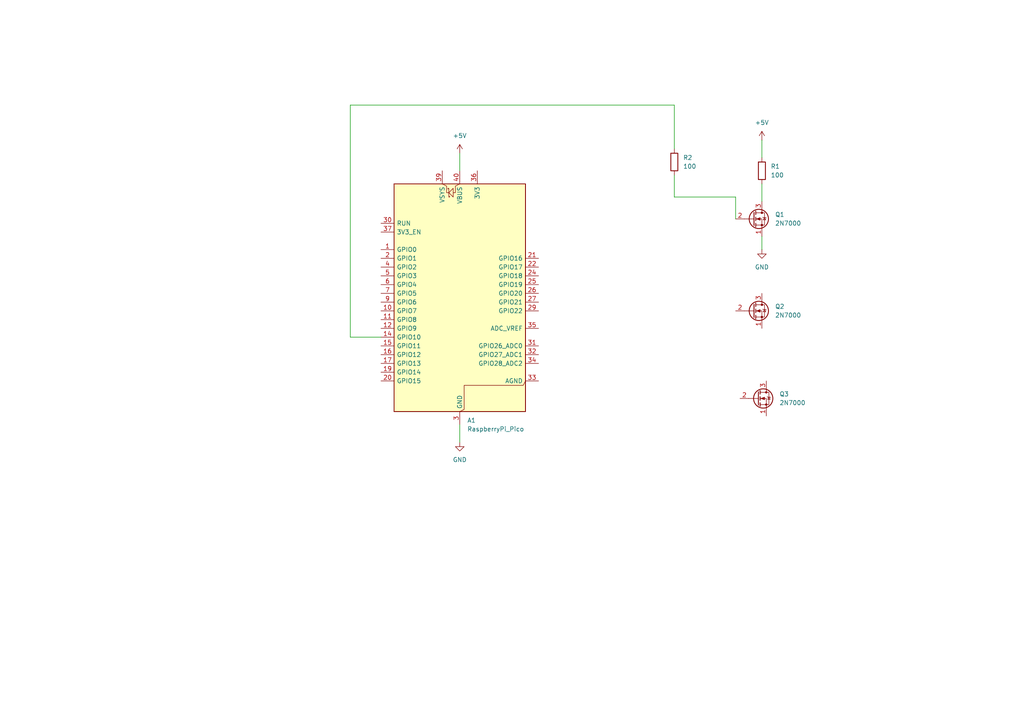
<source format=kicad_sch>
(kicad_sch (version 20250114) (generator "eeschema") (generator_version "9.0")
  (paper "A4")
  (lib_symbols
    (symbol "Device:R" (pin_numbers (hide yes)) (pin_names (offset 0))
      (property "Reference" "R" (at 2.032 0 90))
      (property "Value" "R" (at 0 0 90))
      (symbol "R_0_1"
        (rectangle (start -1.016 -2.54) (end 1.016 2.54) (stroke (width 0.254)))
      )
      (symbol "R_1_1"
        (pin passive line (at 0 3.81 270) (length 1.27) (name "~") (number "1"))
        (pin passive line (at 0 -3.81 90) (length 1.27) (name "~") (number "2"))
      )
    )
    (symbol "MCU_Module:RaspberryPi_Pico" (pin_names (offset 0.762))
      (property "Reference" "A" (at -19.05 35.56 0))
      (property "Value" "RaspberryPi_Pico" (at 7.62 35.56 0))
      (symbol "RaspberryPi_Pico_0_1"
        (rectangle (start -19.05 34.29) (end 19.05 -31.75) (stroke (width 0.254)) (fill (type background)))
        (polyline (pts (xy -5.08 34.29) (xy -3.81 33.655) (xy -3.81 31.75) (xy -3.175 31.75)))
        (polyline (pts (xy -3.429 32.766) (xy -3.429 33.02) (xy -3.175 33.02) (xy -3.175 30.48) (xy -2.921 30.48) (xy -2.921 30.734)))
        (polyline (pts (xy -3.175 31.75) (xy -1.905 33.02) (xy -1.905 30.48) (xy -3.175 31.75)))
        (polyline (pts (xy 0 34.29) (xy -1.27 33.655) (xy -1.27 31.75) (xy -1.905 31.75)))
        (polyline (pts (xy 0 -31.75) (xy 1.27 -31.115) (xy 1.27 -24.13) (xy 18.415 -24.13) (xy 19.05 -22.86)))
      )
      (symbol "RaspberryPi_Pico_1_1"
        (pin passive line (at -22.86 22.86 0) (length 3.81) (name "RUN") (number "30"))
        (pin passive line (at -22.86 20.32 0) (length 3.81) (name "3V3_EN") (number "37"))
        (pin bidirectional line (at -22.86 15.24 0) (length 3.81) (name "GPIO0") (number "1"))
        (pin bidirectional line (at -22.86 12.7 0) (length 3.81) (name "GPIO1") (number "2"))
        (pin bidirectional line (at -22.86 10.16 0) (length 3.81) (name "GPIO2") (number "4"))
        (pin bidirectional line (at -22.86 7.62 0) (length 3.81) (name "GPIO3") (number "5"))
        (pin bidirectional line (at -22.86 5.08 0) (length 3.81) (name "GPIO4") (number "6"))
        (pin bidirectional line (at -22.86 2.54 0) (length 3.81) (name "GPIO5") (number "7"))
        (pin bidirectional line (at -22.86 0 0) (length 3.81) (name "GPIO6") (number "9"))
        (pin bidirectional line (at -22.86 -2.54 0) (length 3.81) (name "GPIO7") (number "10"))
        (pin bidirectional line (at -22.86 -5.08 0) (length 3.81) (name "GPIO8") (number "11"))
        (pin bidirectional line (at -22.86 -7.62 0) (length 3.81) (name "GPIO9") (number "12"))
        (pin bidirectional line (at -22.86 -10.16 0) (length 3.81) (name "GPIO10") (number "14"))
        (pin bidirectional line (at -22.86 -12.7 0) (length 3.81) (name "GPIO11") (number "15"))
        (pin bidirectional line (at -22.86 -15.24 0) (length 3.81) (name "GPIO12") (number "16"))
        (pin bidirectional line (at -22.86 -17.78 0) (length 3.81) (name "GPIO13") (number "17"))
        (pin bidirectional line (at -22.86 -20.32 0) (length 3.81) (name "GPIO14") (number "19"))
        (pin bidirectional line (at -22.86 -22.86 0) (length 3.81) (name "GPIO15") (number "20"))
        (pin power_in line (at -5.08 38.1 270) (length 3.81) (name "VSYS") (number "39"))
        (pin power_out line (at 0 38.1 270) (length 3.81) (name "VBUS") (number "40"))
        (pin passive line (at 0 -35.56 90) (length 3.81) (hide yes) (name "GND") (number "13"))
        (pin passive line (at 0 -35.56 90) (length 3.81) (hide yes) (name "GND") (number "18"))
        (pin passive line (at 0 -35.56 90) (length 3.81) (hide yes) (name "GND") (number "23"))
        (pin passive line (at 0 -35.56 90) (length 3.81) (hide yes) (name "GND") (number "28"))
        (pin power_out line (at 0 -35.56 90) (length 3.81) (name "GND") (number "3"))
        (pin passive line (at 0 -35.56 90) (length 3.81) (hide yes) (name "GND") (number "38"))
        (pin passive line (at 0 -35.56 90) (length 3.81) (hide yes) (name "GND") (number "8"))
        (pin power_out line (at 5.08 38.1 270) (length 3.81) (name "3V3") (number "36"))
        (pin bidirectional line (at 22.86 12.7 180) (length 3.81) (name "GPIO16") (number "21"))
        (pin bidirectional line (at 22.86 10.16 180) (length 3.81) (name "GPIO17") (number "22"))
        (pin bidirectional line (at 22.86 7.62 180) (length 3.81) (name "GPIO18") (number "24"))
        (pin bidirectional line (at 22.86 5.08 180) (length 3.81) (name "GPIO19") (number "25"))
        (pin bidirectional line (at 22.86 2.54 180) (length 3.81) (name "GPIO20") (number "26"))
        (pin bidirectional line (at 22.86 0 180) (length 3.81) (name "GPIO21") (number "27"))
        (pin bidirectional line (at 22.86 -2.54 180) (length 3.81) (name "GPIO22") (number "29"))
        (pin power_in line (at 22.86 -7.62 180) (length 3.81) (name "ADC_VREF") (number "35"))
        (pin bidirectional line (at 22.86 -12.7 180) (length 3.81) (name "GPIO26_ADC0") (number "31"))
        (pin bidirectional line (at 22.86 -15.24 180) (length 3.81) (name "GPIO27_ADC1") (number "32"))
        (pin bidirectional line (at 22.86 -17.78 180) (length 3.81) (name "GPIO28_ADC2") (number "34"))
        (pin power_out line (at 22.86 -22.86 180) (length 3.81) (name "AGND") (number "33"))
      )
    )
    (symbol "Transistor_FET:2N7000" (pin_names (hide yes))
      (property "Reference" "Q" (at 5.08 1.905 0))
      (property "Value" "2N7000" (at 5.08 0 0))
      (symbol "2N7000_0_1"
        (polyline (pts (xy 0.254 1.905) (xy 0.254 -1.905)) (stroke (width 0.254)))
        (polyline (pts (xy 0.254 0) (xy -2.54 0)))
        (polyline (pts (xy 0.762 2.286) (xy 0.762 1.27)) (stroke (width 0.254)))
        (polyline (pts (xy 0.762 0.508) (xy 0.762 -0.508)) (stroke (width 0.254)))
        (polyline (pts (xy 0.762 -1.27) (xy 0.762 -2.286)) (stroke (width 0.254)))
        (polyline (pts (xy 0.762 -1.778) (xy 3.302 -1.778) (xy 3.302 1.778) (xy 0.762 1.778)))
        (polyline (pts (xy 1.016 0) (xy 2.032 0.381) (xy 2.032 -0.381) (xy 1.016 0)) (fill (type outline)))
        (circle (center 1.651 0) (radius 2.794) (stroke (width 0.254)))
        (polyline (pts (xy 2.54 2.54) (xy 2.54 1.778)))
        (circle (center 2.54 1.778) (radius 0.254) (fill (type outline)))
        (circle (center 2.54 -1.778) (radius 0.254) (fill (type outline)))
        (polyline (pts (xy 2.54 -2.54) (xy 2.54 0) (xy 0.762 0)))
        (polyline (pts (xy 2.794 0.508) (xy 2.921 0.381) (xy 3.683 0.381) (xy 3.81 0.254)))
        (polyline (pts (xy 3.302 0.381) (xy 2.921 -0.254) (xy 3.683 -0.254) (xy 3.302 0.381)))
      )
      (symbol "2N7000_1_1"
        (pin input line (at -5.08 0 0) (length 2.54) (name "G") (number "2"))
        (pin passive line (at 2.54 5.08 270) (length 2.54) (name "D") (number "3"))
        (pin passive line (at 2.54 -5.08 90) (length 2.54) (name "S") (number "1"))
      )
    )
    (symbol "power:+5V" (power) (pin_numbers (hide yes)) (pin_names (offset 0) (hide yes))
      (property "Value" "+5V" (at 0 3.556 0))
      (symbol "+5V_0_1"
        (polyline (pts (xy -0.762 1.27) (xy 0 2.54)))
        (polyline (pts (xy 0 2.54) (xy 0.762 1.27)))
        (polyline (pts (xy 0 0) (xy 0 2.54)))
      )
      (symbol "+5V_1_1"
        (pin power_in line (at 0 0 90) (length 0) (name "~") (number "1"))
      )
    )
    (symbol "power:GND" (power) (pin_numbers (hide yes)) (pin_names (offset 0) (hide yes))
      (property "Value" "GND" (at 0 -3.81 0))
      (symbol "GND_0_1"
        (polyline (pts (xy 0 0) (xy 0 -1.27) (xy 1.27 -1.27) (xy 0 -2.54) (xy -1.27 -1.27) (xy 0 -1.27)))
      )
      (symbol "GND_1_1"
        (pin power_in line (at 0 0 270) (length 0) (name "~") (number "1"))
      )
    )
  )
  (wire (pts (xy 101.6 97.79) (xy 110.49 97.79)))
  (wire (pts (xy 220.98 68.58) (xy 220.98 72.39)))
  (wire (pts (xy 133.35 123.19) (xy 133.35 128.27)))
  (wire (pts (xy 195.58 30.48) (xy 101.6 30.48)))
  (wire (pts (xy 133.35 44.45) (xy 133.35 49.53)))
  (wire (pts (xy 195.58 50.8) (xy 195.58 57.15)))
  (wire (pts (xy 220.98 40.64) (xy 220.98 45.72)))
  (wire (pts (xy 101.6 30.48) (xy 101.6 97.79)))
  (wire (pts (xy 220.98 53.34) (xy 220.98 58.42)))
  (wire (pts (xy 195.58 57.15) (xy 213.36 57.15)))
  (wire (pts (xy 213.36 57.15) (xy 213.36 63.5)))
  (wire (pts (xy 195.58 30.48) (xy 195.58 43.18)))
  (symbol (lib_id "power:GND") (at 133.35 128.27 0) (unit 1)
    (property "Reference" "#PWR03" (effects (hide yes)))
    (property "Value" "GND" (at 133.35 133.35 0))
    (property "Description" "Power symbol creates a global label with name \"GND\" , ground" (effects (hide yes)))
  )
  (symbol (lib_id "power:+5V") (at 220.98 40.64 0) (unit 1)
    (property "Reference" "#PWR02" (effects (hide yes)))
    (property "Value" "+5V" (at 220.98 35.56 0))
    (property "Description" "Power symbol creates a global label with name \"+5V\"" (effects (hide yes)))
  )
  (symbol (lib_id "power:+5V") (at 133.35 44.45 0) (unit 1)
    (property "Reference" "#PWR01" (effects (hide yes)))
    (property "Value" "+5V" (at 133.35 39.37 0))
    (property "Description" "Power symbol creates a global label with name \"+5V\"" (effects (hide yes)))
  )
  (symbol (lib_id "Transistor_FET:2N7000") (at 218.44 63.5 0) (unit 1)
    (property "Reference" "Q1" (at 224.79 62.2299 0) (effects (justify left)))
    (property "Value" "2N7000" (at 224.79 64.7699 0) (effects (justify left)))
    (property "Footprint" "Package_TO_SOT_THT:TO-92_Inline" (effects (hide yes)))
    (property "Datasheet" "https://www.vishay.com/docs/70226/70226.pdf" (effects (hide yes)))
    (property "Description" "0.2A Id, 200V Vds, N-Channel MOSFET, 2.6V Logic Level, TO-92" (effects (hide yes)))
  )
  (symbol (lib_id "MCU_Module:RaspberryPi_Pico") (at 133.35 87.63 0) (unit 1)
    (property "Reference" "A1" (at 135.4933 121.92 0) (effects (justify left)))
    (property "Value" "RaspberryPi_Pico" (at 135.4933 124.46 0) (effects (justify left)))
    (property "Footprint" "Module:RaspberryPi_Pico_Common_Unspecified" (effects (hide yes)))
    (property "Datasheet" "https://datasheets.raspberrypi.com/pico/pico-datasheet.pdf" (effects (hide yes)))
    (property "Description" "Versatile and inexpensive microcontroller module powered by RP2040 dual-core Arm Cortex-M0+ processor up to 133 MHz, 264kB SRAM, 2MB QSPI flash; also supports Raspberry Pi Pico 2" (effects (hide yes)))
  )
  (symbol (lib_id "power:GND") (at 220.98 72.39 0) (unit 1)
    (property "Reference" "#PWR04" (effects (hide yes)))
    (property "Value" "GND" (at 220.98 77.47 0))
    (property "Description" "Power symbol creates a global label with name \"GND\" , ground" (effects (hide yes)))
  )
  (symbol (lib_id "Transistor_FET:2N7000") (at 218.44 90.17 0) (unit 1)
    (property "Reference" "Q2" (at 224.79 88.8999 0) (effects (justify left)))
    (property "Value" "2N7000" (at 224.79 91.4399 0) (effects (justify left)))
    (property "Footprint" "Package_TO_SOT_THT:TO-92_Inline" (effects (hide yes)))
    (property "Datasheet" "https://www.vishay.com/docs/70226/70226.pdf" (effects (hide yes)))
    (property "Description" "0.2A Id, 200V Vds, N-Channel MOSFET, 2.6V Logic Level, TO-92" (effects (hide yes)))
  )
  (symbol (lib_id "Transistor_FET:2N7000") (at 219.71 115.57 0) (unit 1)
    (property "Reference" "Q3" (at 226.06 114.2999 0) (effects (justify left)))
    (property "Value" "2N7000" (at 226.06 116.8399 0) (effects (justify left)))
    (property "Footprint" "Package_TO_SOT_THT:TO-92_Inline" (effects (hide yes)))
    (property "Datasheet" "https://www.vishay.com/docs/70226/70226.pdf" (effects (hide yes)))
    (property "Description" "0.2A Id, 200V Vds, N-Channel MOSFET, 2.6V Logic Level, TO-92" (effects (hide yes)))
  )
  (symbol (lib_id "Device:R") (at 220.98 49.53 0) (unit 1)
    (property "Reference" "R1" (at 223.52 48.2599 0) (effects (justify left)))
    (property "Value" "100" (at 223.52 50.7999 0) (effects (justify left)))
    (property "Description" "Resistor" (effects (hide yes)))
  )
  (symbol (lib_id "Device:R") (at 195.58 46.99 0) (unit 1)
    (property "Reference" "R2" (at 198.12 45.7199 0) (effects (justify left)))
    (property "Value" "100" (at 198.12 48.2599 0) (effects (justify left)))
    (property "Description" "Resistor" (effects (hide yes)))
  )
)
</source>
